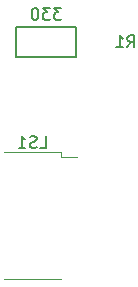
<source format=gbo>
G04 #@! TF.FileFunction,Legend,Bot*
%FSLAX46Y46*%
G04 Gerber Fmt 4.6, Leading zero omitted, Abs format (unit mm)*
G04 Created by KiCad (PCBNEW 4.0.7) date 11/02/17 22:13:09*
%MOMM*%
%LPD*%
G01*
G04 APERTURE LIST*
%ADD10C,0.100000*%
%ADD11C,0.150000*%
%ADD12C,0.120000*%
G04 APERTURE END LIST*
D10*
D11*
X152090000Y-73370000D02*
X147010000Y-73370000D01*
X147010000Y-73370000D02*
X147010000Y-75910000D01*
X147010000Y-75910000D02*
X152090000Y-75910000D01*
X152090000Y-75910000D02*
X152090000Y-73370000D01*
D12*
X150760000Y-83980000D02*
X150760000Y-84380000D01*
X150760000Y-84380000D02*
X152160000Y-84380000D01*
X150760000Y-83980000D02*
X145960000Y-83980000D01*
X150760000Y-94780000D02*
X145960000Y-94780000D01*
D11*
X156406666Y-75122381D02*
X156740000Y-74646190D01*
X156978095Y-75122381D02*
X156978095Y-74122381D01*
X156597142Y-74122381D01*
X156501904Y-74170000D01*
X156454285Y-74217619D01*
X156406666Y-74312857D01*
X156406666Y-74455714D01*
X156454285Y-74550952D01*
X156501904Y-74598571D01*
X156597142Y-74646190D01*
X156978095Y-74646190D01*
X155454285Y-75122381D02*
X156025714Y-75122381D01*
X155740000Y-75122381D02*
X155740000Y-74122381D01*
X155835238Y-74265238D01*
X155930476Y-74360476D01*
X156025714Y-74408095D01*
X150825714Y-71792381D02*
X150206666Y-71792381D01*
X150540000Y-72173333D01*
X150397142Y-72173333D01*
X150301904Y-72220952D01*
X150254285Y-72268571D01*
X150206666Y-72363810D01*
X150206666Y-72601905D01*
X150254285Y-72697143D01*
X150301904Y-72744762D01*
X150397142Y-72792381D01*
X150682857Y-72792381D01*
X150778095Y-72744762D01*
X150825714Y-72697143D01*
X149873333Y-71792381D02*
X149254285Y-71792381D01*
X149587619Y-72173333D01*
X149444761Y-72173333D01*
X149349523Y-72220952D01*
X149301904Y-72268571D01*
X149254285Y-72363810D01*
X149254285Y-72601905D01*
X149301904Y-72697143D01*
X149349523Y-72744762D01*
X149444761Y-72792381D01*
X149730476Y-72792381D01*
X149825714Y-72744762D01*
X149873333Y-72697143D01*
X148635238Y-71792381D02*
X148539999Y-71792381D01*
X148444761Y-71840000D01*
X148397142Y-71887619D01*
X148349523Y-71982857D01*
X148301904Y-72173333D01*
X148301904Y-72411429D01*
X148349523Y-72601905D01*
X148397142Y-72697143D01*
X148444761Y-72744762D01*
X148539999Y-72792381D01*
X148635238Y-72792381D01*
X148730476Y-72744762D01*
X148778095Y-72697143D01*
X148825714Y-72601905D01*
X148873333Y-72411429D01*
X148873333Y-72173333D01*
X148825714Y-71982857D01*
X148778095Y-71887619D01*
X148730476Y-71840000D01*
X148635238Y-71792381D01*
X149002857Y-83632381D02*
X149479048Y-83632381D01*
X149479048Y-82632381D01*
X148717143Y-83584762D02*
X148574286Y-83632381D01*
X148336190Y-83632381D01*
X148240952Y-83584762D01*
X148193333Y-83537143D01*
X148145714Y-83441905D01*
X148145714Y-83346667D01*
X148193333Y-83251429D01*
X148240952Y-83203810D01*
X148336190Y-83156190D01*
X148526667Y-83108571D01*
X148621905Y-83060952D01*
X148669524Y-83013333D01*
X148717143Y-82918095D01*
X148717143Y-82822857D01*
X148669524Y-82727619D01*
X148621905Y-82680000D01*
X148526667Y-82632381D01*
X148288571Y-82632381D01*
X148145714Y-82680000D01*
X147193333Y-83632381D02*
X147764762Y-83632381D01*
X147479048Y-83632381D02*
X147479048Y-82632381D01*
X147574286Y-82775238D01*
X147669524Y-82870476D01*
X147764762Y-82918095D01*
M02*

</source>
